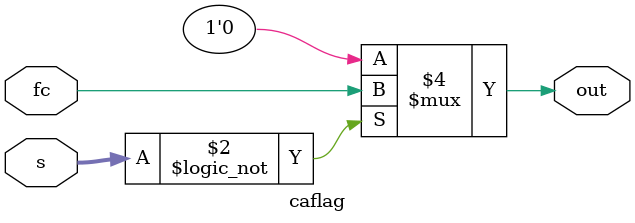
<source format=sv>
module caflag(input logic [3 : 0] s,input logic fc, output logic out);
  
  always @ (*) begin
      if (s == 4'b0000) begin 
			out = fc;
			end 
		else begin
			out = 0;
			end
    end

endmodule
</source>
